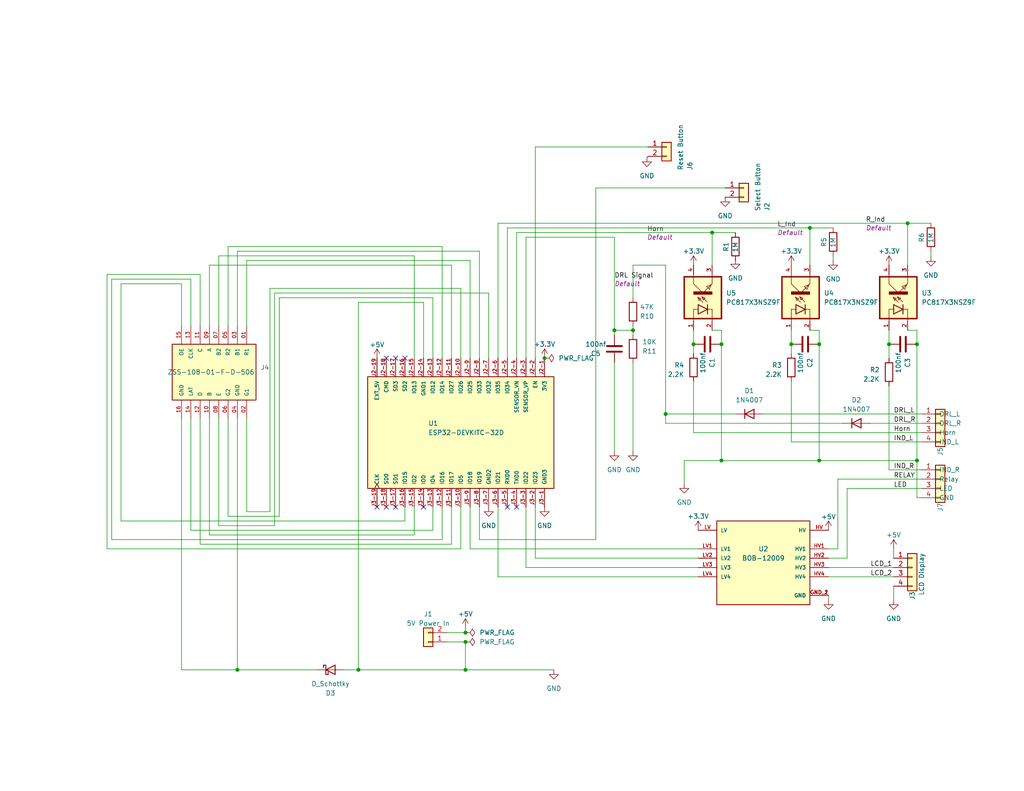
<source format=kicad_sch>
(kicad_sch (version 20230121) (generator eeschema)
  (paper "USLetter")
  (title_block (title "Car LED Controller V9") (date "2024-03-01") (rev "7"))
  (lib_symbols
    (symbol "BOB-12009:BOB-12009" (pin_names (offset 1.016))
      (property "Reference" "U2" (at 0 2.54 0))
      (property "Value" "BOB-12009" (at 0 0 0))
      (symbol "BOB-12009_0_0"
        (rectangle (start -12.7 -12.7) (end 12.7 10.16) (stroke (width 0.254)) (fill (type background)))
        (pin power_in line (at 17.78 -10.16 180) (length 5.08) (name "GND") (number "GND_1"))
        (pin power_in line (at 17.78 -10.16 180) (length 5.08) (name "GND") (number "GND_2"))
        (pin bidirectional line (at 17.78 2.54 180) (length 5.08) (name "HV1") (number "HV1"))
        (pin bidirectional line (at 17.78 0 180) (length 5.08) (name "HV2") (number "HV2"))
        (pin bidirectional line (at 17.78 -2.54 180) (length 5.08) (name "HV3") (number "HV3"))
        (pin bidirectional line (at 17.78 -5.08 180) (length 5.08) (name "HV4") (number "HV4"))
        (pin bidirectional line (at -17.78 2.54 0) (length 5.08) (name "LV1") (number "LV1"))
        (pin bidirectional line (at -17.78 0 0) (length 5.08) (name "LV2") (number "LV2"))
        (pin bidirectional line (at -17.78 -2.54 0) (length 5.08) (name "LV3") (number "LV3"))
        (pin bidirectional line (at -17.78 -5.08 0) (length 5.08) (name "LV4") (number "LV4"))
      )
      (symbol "BOB-12009_1_0"
        (pin power_in line (at 17.78 7.62 180) (length 5.08) (name "HV") (number "HV"))
        (pin power_in line (at -17.78 7.62 0) (length 5.08) (name "LV") (number "LV"))
      )
    )
    (symbol "Conn_01x02_1" (pin_names (offset 1.016) hide)
      (property "Reference" "J" (at 0 2.54 0))
      (property "Value" "Conn_01x02" (at 0 -5.08 0))
      (symbol "Conn_01x02_1_1_1"
        (rectangle (start -1.27 -2.413) (end 0 -2.667) (stroke (width 0.1524)))
        (rectangle (start -1.27 0.127) (end 0 -0.127) (stroke (width 0.1524)))
        (rectangle (start -1.27 1.27) (end 1.27 -3.81) (stroke (width 0.254)) (fill (type background)))
        (pin passive line (at -5.08 0 0) (length 3.81) (name "Pin_1") (number "1"))
        (pin passive line (at -5.08 -2.54 0) (length 3.81) (name "Pin_2") (number "2"))
      )
    )
    (symbol "Conn_01x04_1" (pin_names (offset 1.016))
      (property "Reference" "J5" (at 0 -8.89 90))
      (symbol "Conn_01x04_1_1_1"
        (rectangle (start -1.27 -4.953) (end 0 -5.207) (stroke (width 0.1524)))
        (rectangle (start -1.27 -2.413) (end 0 -2.667) (stroke (width 0.1524)))
        (rectangle (start -1.27 0.127) (end 0 -0.127) (stroke (width 0.1524)))
        (rectangle (start -1.27 2.667) (end 0 2.413) (stroke (width 0.1524)))
        (rectangle (start -1.27 3.81) (end 1.27 -6.35) (stroke (width 0.254)) (fill (type background)))
        (pin passive line (at -5.08 2.54 0) (length 3.81) (name "DRL_L") (number "1"))
        (pin passive line (at -5.08 0 0) (length 3.81) (name "DRL_R") (number "2"))
        (pin passive line (at -5.08 -2.54 0) (length 3.81) (name "Horn") (number "3"))
        (pin passive line (at -5.08 -5.08 0) (length 3.81) (name "IND_L") (number "4"))
      )
    )
    (symbol "Conn_01x04_2" (pin_names (offset 1.016))
      (property "Reference" "J7" (at 0 -8.89 90))
      (symbol "Conn_01x04_2_1_1"
        (rectangle (start -1.27 -4.953) (end 0 -5.207) (stroke (width 0.1524)))
        (rectangle (start -1.27 -2.413) (end 0 -2.667) (stroke (width 0.1524)))
        (rectangle (start -1.27 0.127) (end 0 -0.127) (stroke (width 0.1524)))
        (rectangle (start -1.27 2.667) (end 0 2.413) (stroke (width 0.1524)))
        (rectangle (start -1.27 3.81) (end 1.27 -6.35) (stroke (width 0.254)) (fill (type background)))
        (pin passive line (at -5.08 2.54 0) (length 3.81) (name "IND_R") (number "1"))
        (pin passive line (at -5.08 0 0) (length 3.81) (name "Relay") (number "2"))
        (pin passive line (at -5.08 -2.54 0) (length 3.81) (name "LED") (number "3"))
        (pin passive line (at -5.08 -5.08 0) (length 3.81) (name "GND") (number "4"))
      )
    )
    (symbol "Connector_Generic:Conn_01x02" (pin_names (offset 1.016) hide)
      (property "Reference" "J4" (at 2.54 -0.635 0))
      (property "Value" "Select Button" (at 2.54 -3.175 0))
      (symbol "Conn_01x02_1_1"
        (rectangle (start -1.27 -2.413) (end 0 -2.667) (stroke (width 0.1524)))
        (rectangle (start -1.27 0.127) (end 0 -0.127) (stroke (width 0.1524)))
        (rectangle (start -1.27 1.27) (end 1.27 -3.81) (stroke (width 0.254)) (fill (type background)))
        (pin passive line (at -5.08 0 0) (length 3.81) (name "Pin_1") (number "1"))
        (pin passive line (at -5.08 -2.54 0) (length 3.81) (name "Pin_2") (number "2"))
      )
    )
    (symbol "Connector_Generic:Conn_01x04" (pin_names (offset 1.016) hide)
      (property "Reference" "J" (at 0 5.08 0))
      (property "Value" "Conn_01x04" (at 0 -7.62 0))
      (symbol "Conn_01x04_1_1"
        (rectangle (start -1.27 -4.953) (end 0 -5.207) (stroke (width 0.1524)))
        (rectangle (start -1.27 -2.413) (end 0 -2.667) (stroke (width 0.1524)))
        (rectangle (start -1.27 0.127) (end 0 -0.127) (stroke (width 0.1524)))
        (rectangle (start -1.27 2.667) (end 0 2.413) (stroke (width 0.1524)))
        (rectangle (start -1.27 3.81) (end 1.27 -6.35) (stroke (width 0.254)) (fill (type background)))
        (pin passive line (at -5.08 2.54 0) (length 3.81) (name "Pin_1") (number "1"))
        (pin passive line (at -5.08 0 0) (length 3.81) (name "Pin_2") (number "2"))
        (pin passive line (at -5.08 -2.54 0) (length 3.81) (name "Pin_3") (number "3"))
        (pin passive line (at -5.08 -5.08 0) (length 3.81) (name "Pin_4") (number "4"))
      )
    )
    (symbol "Device:C" (pin_numbers hide) (pin_names (offset 0.254))
      (property "Reference" "C" (at 0.635 2.54 0))
      (property "Value" "C" (at 0.635 -2.54 0))
      (symbol "C_0_1"
        (polyline (pts (xy -2.032 -0.762) (xy 2.032 -0.762)) (stroke (width 0.508)))
        (polyline (pts (xy -2.032 0.762) (xy 2.032 0.762)) (stroke (width 0.508)))
      )
      (symbol "C_1_1"
        (pin passive line (at 0 3.81 270) (length 2.794) (name "~") (number "1"))
        (pin passive line (at 0 -3.81 90) (length 2.794) (name "~") (number "2"))
      )
    )
    (symbol "Device:D_Schottky" (pin_numbers hide) (pin_names (offset 1.016) hide)
      (property "Reference" "D" (at 0 2.54 0))
      (property "Value" "D_Schottky" (at 0 -2.54 0))
      (symbol "D_Schottky_0_1"
        (polyline (pts (xy 1.27 0) (xy -1.27 0)))
        (polyline (pts (xy 1.27 1.27) (xy 1.27 -1.27) (xy -1.27 0) (xy 1.27 1.27)) (stroke (width 0.254)))
        (polyline (pts (xy -1.905 0.635) (xy -1.905 1.27) (xy -1.27 1.27) (xy -1.27 -1.27) (xy -0.635 -1.27) (xy -0.635 -0.635)) (stroke (width 0.254)))
      )
      (symbol "D_Schottky_1_1"
        (pin passive line (at -3.81 0 0) (length 2.54) (name "K") (number "1"))
        (pin passive line (at 3.81 0 180) (length 2.54) (name "A") (number "2"))
      )
    )
    (symbol "Device:R" (pin_numbers hide) (pin_names (offset 0))
      (property "Reference" "R" (at 2.032 0 90))
      (property "Value" "R" (at 0 0 90))
      (symbol "R_0_1"
        (rectangle (start -1.016 -2.54) (end 1.016 2.54) (stroke (width 0.254)))
      )
      (symbol "R_1_1"
        (pin passive line (at 0 3.81 270) (length 1.27) (name "~") (number "1"))
        (pin passive line (at 0 -3.81 90) (length 1.27) (name "~") (number "2"))
      )
    )
    (symbol "Diode:1N4007" (pin_numbers hide) (pin_names hide)
      (property "Reference" "D" (at 0 2.54 0))
      (property "Value" "1N4007" (at 0 -2.54 0))
      (symbol "1N4007_0_1"
        (polyline (pts (xy -1.27 1.27) (xy -1.27 -1.27)) (stroke (width 0.254)))
        (polyline (pts (xy 1.27 0) (xy -1.27 0)))
        (polyline (pts (xy 1.27 1.27) (xy 1.27 -1.27) (xy -1.27 0) (xy 1.27 1.27)) (stroke (width 0.254)))
      )
      (symbol "1N4007_1_1"
        (pin passive line (at -3.81 0 0) (length 2.54) (name "K") (number "1"))
        (pin passive line (at 3.81 0 180) (length 2.54) (name "A") (number "2"))
      )
    )
    (symbol "ESP32-DEVKITC-32D:ESP32-DEVKITC-32D" (pin_names (offset 1.016))
      (property "Reference" "U1" (at -2.54 -8.89 90))
      (property "Value" "ESP32-DEVKITC-32D" (at 0 -8.89 90))
      (symbol "ESP32-DEVKITC-32D_0_0"
        (rectangle (start -15.24 -25.4) (end 15.24 25.4) (stroke (width 0.254)) (fill (type background)))
        (pin power_in line (at -20.32 22.86 0) (length 5.08) (name "3V3") (number "J2-1"))
        (pin bidirectional line (at -20.32 0 0) (length 5.08) (name "IO26") (number "J2-10"))
        (pin bidirectional line (at -20.32 -2.54 0) (length 5.08) (name "IO27") (number "J2-11"))
        (pin bidirectional line (at -20.32 -5.08 0) (length 5.08) (name "IO14") (number "J2-12"))
        (pin bidirectional line (at -20.32 -7.62 0) (length 5.08) (name "IO12") (number "J2-13"))
        (pin power_in line (at -20.32 -10.16 0) (length 5.08) (name "GND1") (number "J2-14"))
        (pin bidirectional line (at -20.32 -12.7 0) (length 5.08) (name "IO13") (number "J2-15"))
        (pin bidirectional line (at -20.32 -15.24 0) (length 5.08) (name "SD2") (number "J2-16"))
        (pin bidirectional line (at -20.32 -17.78 0) (length 5.08) (name "SD3") (number "J2-17"))
        (pin bidirectional line (at -20.32 -20.32 0) (length 5.08) (name "CMD") (number "J2-18"))
        (pin power_in line (at -20.32 -22.86 0) (length 5.08) (name "EXT_5V") (number "J2-19"))
        (pin input line (at -20.32 20.32 0) (length 5.08) (name "EN") (number "J2-2"))
        (pin input line (at -20.32 17.78 0) (length 5.08) (name "SENSOR_VP") (number "J2-3"))
        (pin input line (at -20.32 15.24 0) (length 5.08) (name "SENSOR_VN") (number "J2-4"))
        (pin bidirectional line (at -20.32 7.62 0) (length 5.08) (name "IO32") (number "J2-7"))
        (pin bidirectional line (at -20.32 5.08 0) (length 5.08) (name "IO33") (number "J2-8"))
        (pin bidirectional line (at -20.32 2.54 0) (length 5.08) (name "IO25") (number "J2-9"))
        (pin power_in line (at 20.32 22.86 180) (length 5.08) (name "GND3") (number "J3-1"))
        (pin bidirectional line (at 20.32 0 180) (length 5.08) (name "IO5") (number "J3-10"))
        (pin bidirectional line (at 20.32 -2.54 180) (length 5.08) (name "IO17") (number "J3-11"))
        (pin bidirectional line (at 20.32 -5.08 180) (length 5.08) (name "IO16") (number "J3-12"))
        (pin bidirectional line (at 20.32 -7.62 180) (length 5.08) (name "IO4") (number "J3-13"))
        (pin bidirectional line (at 20.32 -10.16 180) (length 5.08) (name "IO0") (number "J3-14"))
        (pin bidirectional line (at 20.32 -12.7 180) (length 5.08) (name "IO2") (number "J3-15"))
        (pin bidirectional line (at 20.32 -15.24 180) (length 5.08) (name "IO15") (number "J3-16"))
        (pin bidirectional line (at 20.32 -17.78 180) (length 5.08) (name "SD1") (number "J3-17"))
        (pin bidirectional line (at 20.32 -20.32 180) (length 5.08) (name "SD0") (number "J3-18"))
        (pin input clock (at 20.32 -22.86 180) (length 5.08) (name "CLK") (number "J3-19"))
        (pin bidirectional line (at 20.32 20.32 180) (length 5.08) (name "IO23") (number "J3-2"))
        (pin bidirectional line (at 20.32 17.78 180) (length 5.08) (name "IO22") (number "J3-3"))
        (pin output line (at 20.32 15.24 180) (length 5.08) (name "TXD0") (number "J3-4"))
        (pin input line (at 20.32 12.7 180) (length 5.08) (name "RXD0") (number "J3-5"))
        (pin bidirectional line (at 20.32 10.16 180) (length 5.08) (name "IO21") (number "J3-6"))
        (pin power_in line (at 20.32 7.62 180) (length 5.08) (name "GND2") (number "J3-7"))
        (pin bidirectional line (at 20.32 5.08 180) (length 5.08) (name "IO19") (number "J3-8"))
        (pin bidirectional line (at 20.32 2.54 180) (length 5.08) (name "IO18") (number "J3-9"))
      )
      (symbol "ESP32-DEVKITC-32D_1_0"
        (pin input line (at -20.32 12.7 0) (length 5.08) (name "IO34") (number "J2-5"))
        (pin input line (at -20.32 10.16 0) (length 5.08) (name "IO35") (number "J2-6"))
      )
    )
    (symbol "PC817X3NSZ9F:PC817X3NSZ9F" (pin_names (offset 1.016))
      (property "Reference" "U" (at -6.985 5.715 0))
      (property "Value" "PC817X3NSZ9F" (at -6.985 -7.62 0))
      (symbol "PC817X3NSZ9F_0_0"
        (rectangle (start -6.985 -5.08) (end 4.445 5.08) (stroke (width 0.4064)) (fill (type background)))
        (rectangle (start -0.381 -2.54) (end 0.381 2.54) (stroke (width 0.1)) (fill (type outline)))
        (polyline (pts (xy -4.445 -2.54) (xy -7.62 -2.54)) (stroke (width 0.1524)))
        (polyline (pts (xy -4.445 -1.27) (xy -5.715 -1.27)) (stroke (width 0.254)))
        (polyline (pts (xy -4.445 -1.27) (xy -5.715 1.27)) (stroke (width 0.254)))
        (polyline (pts (xy -4.445 -1.27) (xy -4.445 -2.54)) (stroke (width 0.1524)))
        (polyline (pts (xy -4.445 1.27) (xy -5.715 1.27)) (stroke (width 0.254)))
        (polyline (pts (xy -4.445 2.54) (xy -7.62 2.54)) (stroke (width 0.1524)))
        (polyline (pts (xy -4.445 2.54) (xy -4.445 1.27)) (stroke (width 0.1524)))
        (polyline (pts (xy -3.175 -1.27) (xy -4.445 -1.27)) (stroke (width 0.254)))
        (polyline (pts (xy -3.175 1.27) (xy -4.445 -1.27)) (stroke (width 0.254)))
        (polyline (pts (xy -3.175 1.27) (xy -4.445 1.27)) (stroke (width 0.254)))
        (polyline (pts (xy -2.54 0) (xy -1.143 1.397)) (stroke (width 0.1524)))
        (polyline (pts (xy -2.413 -1.143) (xy -1.016 0.254)) (stroke (width 0.1524)))
        (polyline (pts (xy -2.032 1.016) (xy -1.524 0.508)) (stroke (width 0.1524)))
        (polyline (pts (xy -1.905 -0.127) (xy -1.397 -0.635)) (stroke (width 0.1524)))
        (polyline (pts (xy -1.524 0.508) (xy -1.143 1.397)) (stroke (width 0.1524)))
        (polyline (pts (xy -1.397 -0.635) (xy -1.016 0.254)) (stroke (width 0.1524)))
        (polyline (pts (xy -1.143 1.397) (xy -2.032 1.016)) (stroke (width 0.1524)))
        (polyline (pts (xy -1.016 0.254) (xy -1.905 -0.127)) (stroke (width 0.1524)))
        (polyline (pts (xy 0 0) (xy 2.286 -2.286)) (stroke (width 0.1524)))
        (polyline (pts (xy 1.016 -1.778) (xy 1.778 -1.016)) (stroke (width 0.1524)))
        (polyline (pts (xy 1.778 -1.016) (xy 2.286 -2.286)) (stroke (width 0.1524)))
        (polyline (pts (xy 2.286 -2.286) (xy 1.016 -1.778)) (stroke (width 0.1524)))
        (polyline (pts (xy 2.286 -2.286) (xy 2.54 -2.54)) (stroke (width 0.1524)))
        (polyline (pts (xy 2.54 -2.54) (xy 5.08 -2.54)) (stroke (width 0.1524)))
        (polyline (pts (xy 2.54 2.54) (xy 0 0)) (stroke (width 0.1524)))
        (polyline (pts (xy 2.54 2.54) (xy 5.08 2.54)) (stroke (width 0.1524)))
        (pin passive line (at -10.16 2.54 0) (length 2.54) (name "~") (number "1"))
        (pin passive line (at -10.16 -2.54 0) (length 2.54) (name "~") (number "2"))
        (pin passive line (at 7.62 -2.54 180) (length 2.54) (name "~") (number "3"))
        (pin passive line (at 7.62 2.54 180) (length 2.54) (name "~") (number "4"))
      )
    )
    (symbol "ZSS-108-01-F-D-506:ZSS-108-01-F-D-506" (pin_names (offset 1.016))
      (property "Reference" "J4" (at -1.27 13.97 90))
      (property "Value" "ZSS-108-01-F-D-506" (at 1.27 13.97 90))
      (symbol "ZSS-108-01-F-D-506_0_0"
        (rectangle (start -7.62 -10.16) (end 7.62 12.7) (stroke (width 0.254)) (fill (type background)))
      )
      (symbol "ZSS-108-01-F-D-506_1_0"
        (pin passive line (at -12.7 10.16 0) (length 5.08) (name "R1") (number "01"))
        (pin passive line (at 12.7 10.16 180) (length 5.08) (name "G1") (number "02"))
        (pin passive line (at -12.7 7.62 0) (length 5.08) (name "B1") (number "03"))
        (pin passive line (at 12.7 7.62 180) (length 5.08) (name "GND") (number "04"))
        (pin passive line (at -12.7 5.08 0) (length 5.08) (name "R2") (number "05"))
        (pin passive line (at 12.7 5.08 180) (length 5.08) (name "G2") (number "06"))
        (pin passive line (at -12.7 2.54 0) (length 5.08) (name "B2") (number "07"))
        (pin passive line (at 12.7 2.54 180) (length 5.08) (name "E") (number "08"))
        (pin passive line (at -12.7 0 0) (length 5.08) (name "A") (number "09"))
        (pin passive line (at 12.7 0 180) (length 5.08) (name "B") (number "10"))
        (pin passive line (at -12.7 -2.54 0) (length 5.08) (name "C") (number "11"))
        (pin passive line (at 12.7 -2.54 180) (length 5.08) (name "D") (number "12"))
        (pin passive line (at -12.7 -5.08 0) (length 5.08) (name "CLK") (number "13"))
        (pin passive line (at 12.7 -5.08 180) (length 5.08) (name "LAT") (number "14"))
        (pin passive line (at -12.7 -7.62 0) (length 5.08) (name "OE") (number "15"))
        (pin passive line (at 12.7 -7.62 180) (length 5.08) (name "GND") (number "16"))
      )
    )
    (symbol "power:+3.3V" (power) (pin_names (offset 0))
      (property "Value" "+3.3V" (at 0 3.556 0))
      (symbol "+3.3V_0_1"
        (polyline (pts (xy -0.762 1.27) (xy 0 2.54)))
        (polyline (pts (xy 0 0) (xy 0 2.54)))
        (polyline (pts (xy 0 2.54) (xy 0.762 1.27)))
      )
      (symbol "+3.3V_1_1"
        (pin power_in line (at 0 0 90) (length 0) hide (name "+3.3V") (number "1"))
      )
    )
    (symbol "power:+5V" (power) (pin_names (offset 0))
      (property "Value" "+5V" (at 0 3.556 0))
      (symbol "+5V_0_1"
        (polyline (pts (xy -0.762 1.27) (xy 0 2.54)))
        (polyline (pts (xy 0 0) (xy 0 2.54)))
        (polyline (pts (xy 0 2.54) (xy 0.762 1.27)))
      )
      (symbol "+5V_1_1"
        (pin power_in line (at 0 0 90) (length 0) hide (name "+5V") (number "1"))
      )
    )
    (symbol "power:GND" (power) (pin_names (offset 0))
      (property "Value" "GND" (at 0 -3.81 0))
      (symbol "GND_0_1"
        (polyline (pts (xy 0 0) (xy 0 -1.27) (xy 1.27 -1.27) (xy 0 -2.54) (xy -1.27 -1.27) (xy 0 -1.27)))
      )
      (symbol "GND_1_1"
        (pin power_in line (at 0 0 270) (length 0) hide (name "GND") (number "1"))
      )
    )
    (symbol "power:PWR_FLAG" (power) (pin_numbers hide) (pin_names (offset 0) hide)
      (property "Value" "PWR_FLAG" (at 0 3.81 0))
      (symbol "PWR_FLAG_0_0"
        (pin power_out line (at 0 0 90) (length 0) (name "pwr") (number "1"))
      )
      (symbol "PWR_FLAG_0_1"
        (polyline (pts (xy 0 0) (xy 0 1.27) (xy -1.016 1.905) (xy 0 2.54) (xy 1.016 1.905) (xy 0 1.27)))
      )
    )
  )
  (junction (at 189.23 93.98))
  (junction (at 172.72 90.17))
  (junction (at 196.85 93.98))
  (junction (at 127 182.88))
  (junction (at 223.52 125.73))
  (junction (at 127 175.26))
  (junction (at 250.19 93.98))
  (junction (at 181.61 113.03))
  (junction (at 250.19 125.73))
  (junction (at 194.31 63.5))
  (junction (at 242.57 93.98))
  (junction (at 97.79 182.88))
  (junction (at 215.9 93.98))
  (junction (at 64.77 182.88))
  (junction (at 223.52 93.98))
  (junction (at 148.59 97.79))
  (junction (at 167.64 90.17))
  (junction (at 220.98 62.23))
  (junction (at 127 172.72))
  (junction (at 196.85 125.73))
  (junction (at 247.65 60.96))
  (no_connect (at 110.49 97.79))
  (no_connect (at 115.57 138.43))
  (no_connect (at 102.87 138.43))
  (no_connect (at 105.41 97.79))
  (no_connect (at 105.41 138.43))
  (no_connect (at 138.43 138.43))
  (no_connect (at 107.95 97.79))
  (no_connect (at 140.97 138.43))
  (no_connect (at 107.95 138.43))
  (wire (pts (xy 226.06 163.83) (xy 226.06 162.56)))
  (wire (pts (xy 57.15 146.05) (xy 57.15 114.3)))
  (wire (pts (xy 189.23 93.98) (xy 189.23 96.52)))
  (wire (pts (xy 146.05 40.132) (xy 146.05 97.79)))
  (wire (pts (xy 162.56 51.308) (xy 197.866 51.308)))
  (wire (pts (xy 251.46 135.89) (xy 250.19 135.89)))
  (wire (pts (xy 194.31 63.5) (xy 194.31 72.39)))
  (wire (pts (xy 73.66 139.7) (xy 67.31 139.7)))
  (wire (pts (xy 215.9 120.65) (xy 251.46 120.65)))
  (wire (pts (xy 62.23 88.9) (xy 62.23 67.31)))
  (wire (pts (xy 73.66 78.74) (xy 73.66 139.7)))
  (wire (pts (xy 62.23 114.3) (xy 62.23 140.97)))
  (wire (pts (xy 135.89 60.96) (xy 135.89 97.79)))
  (wire (pts (xy 146.05 138.43) (xy 146.05 152.4)))
  (wire (pts (xy 215.9 104.14) (xy 215.9 120.65)))
  (wire (pts (xy 125.73 78.74) (xy 73.66 78.74)))
  (wire (pts (xy 226.06 152.4) (xy 231.14 152.4)))
  (wire (pts (xy 130.81 97.79) (xy 130.81 68.58)))
  (wire (pts (xy 127 175.26) (xy 121.92 175.26)))
  (wire (pts (xy 172.72 72.39) (xy 172.72 81.28)))
  (wire (pts (xy 208.28 113.03) (xy 251.46 113.03)))
  (wire (pts (xy 59.69 143.51) (xy 74.93 143.51)))
  (wire (pts (xy 49.53 182.88) (xy 49.53 114.3)))
  (wire (pts (xy 76.2 140.97) (xy 76.2 81.28)))
  (wire (pts (xy 123.19 138.43) (xy 123.19 148.59)))
  (wire (pts (xy 135.89 157.48) (xy 190.5 157.48)))
  (wire (pts (xy 29.21 149.86) (xy 125.73 149.86)))
  (wire (pts (xy 162.56 147.32) (xy 130.81 147.32)))
  (wire (pts (xy 167.64 91.44) (xy 167.64 90.17)))
  (wire (pts (xy 113.03 146.05) (xy 57.15 146.05)))
  (wire (pts (xy 74.93 143.51) (xy 74.93 80.01)))
  (wire (pts (xy 226.06 157.48) (xy 243.84 157.48)))
  (wire (pts (xy 215.9 90.17) (xy 215.9 93.98)))
  (wire (pts (xy 113.03 69.85) (xy 59.69 69.85)))
  (wire (pts (xy 123.19 148.59) (xy 54.61 148.59)))
  (wire (pts (xy 62.23 67.31) (xy 120.65 67.31)))
  (wire (pts (xy 243.84 163.83) (xy 243.84 160.02)))
  (wire (pts (xy 231.14 133.35) (xy 231.14 152.4)))
  (wire (pts (xy 67.31 71.12) (xy 67.31 88.9)))
  (wire (pts (xy 143.51 154.94) (xy 190.5 154.94)))
  (wire (pts (xy 223.52 90.17) (xy 223.52 93.98)))
  (wire (pts (xy 128.27 138.43) (xy 128.27 149.86)))
  (wire (pts (xy 86.36 182.88) (xy 64.77 182.88)))
  (wire (pts (xy 189.23 90.17) (xy 189.23 93.98)))
  (wire (pts (xy 74.93 80.01) (xy 133.35 80.01)))
  (wire (pts (xy 97.79 82.55) (xy 115.57 82.55)))
  (wire (pts (xy 59.69 69.85) (xy 59.69 88.9)))
  (wire (pts (xy 113.03 138.43) (xy 113.03 146.05)))
  (wire (pts (xy 54.61 88.9) (xy 54.61 74.93)))
  (wire (pts (xy 29.21 74.93) (xy 29.21 149.86)))
  (wire (pts (xy 151.13 182.88) (xy 127 182.88)))
  (wire (pts (xy 223.52 93.98) (xy 223.52 125.73)))
  (wire (pts (xy 226.06 154.94) (xy 243.84 154.94)))
  (wire (pts (xy 194.31 63.5) (xy 200.66 63.5)))
  (wire (pts (xy 186.69 125.73) (xy 196.85 125.73)))
  (wire (pts (xy 135.89 60.96) (xy 247.65 60.96)))
  (wire (pts (xy 33.02 77.47) (xy 33.02 142.24)))
  (wire (pts (xy 52.07 88.9) (xy 52.07 76.2)))
  (wire (pts (xy 120.65 67.31) (xy 120.65 97.79)))
  (wire (pts (xy 223.52 125.73) (xy 250.19 125.73)))
  (wire (pts (xy 172.72 90.17) (xy 172.72 88.9)))
  (wire (pts (xy 97.79 182.88) (xy 93.98 182.88)))
  (wire (pts (xy 167.64 90.17) (xy 172.72 90.17)))
  (wire (pts (xy 181.61 72.39) (xy 181.61 113.03)))
  (wire (pts (xy 228.6 149.86) (xy 228.6 130.81)))
  (wire (pts (xy 181.61 72.39) (xy 172.72 72.39)))
  (wire (pts (xy 247.65 60.96) (xy 247.65 72.39)))
  (wire (pts (xy 242.57 90.17) (xy 242.57 93.98)))
  (wire (pts (xy 130.81 147.32) (xy 130.81 138.43)))
  (wire (pts (xy 254 68.58) (xy 254 70.104)))
  (wire (pts (xy 220.98 62.23) (xy 227.33 62.23)))
  (wire (pts (xy 196.85 90.17) (xy 196.85 93.98)))
  (wire (pts (xy 143.51 97.79) (xy 143.51 64.77)))
  (wire (pts (xy 125.73 97.79) (xy 125.73 78.74)))
  (wire (pts (xy 189.23 118.11) (xy 251.46 118.11)))
  (wire (pts (xy 220.98 61.976) (xy 220.98 62.23)))
  (wire (pts (xy 118.11 144.78) (xy 52.07 144.78)))
  (wire (pts (xy 140.97 63.5) (xy 194.31 63.5)))
  (wire (pts (xy 138.43 62.23) (xy 220.98 62.23)))
  (wire (pts (xy 227.33 69.85) (xy 227.33 71.12)))
  (wire (pts (xy 30.48 76.2) (xy 30.48 147.32)))
  (wire (pts (xy 196.85 90.17) (xy 194.31 90.17)))
  (wire (pts (xy 242.57 93.98) (xy 242.57 97.79)))
  (wire (pts (xy 228.6 130.81) (xy 251.46 130.81)))
  (wire (pts (xy 250.19 93.98) (xy 250.19 125.73)))
  (wire (pts (xy 121.92 172.72) (xy 127 172.72)))
  (wire (pts (xy 130.81 68.58) (xy 64.77 68.58)))
  (wire (pts (xy 33.02 142.24) (xy 110.49 142.24)))
  (wire (pts (xy 215.9 93.98) (xy 215.9 96.52)))
  (wire (pts (xy 52.07 144.78) (xy 52.07 114.3)))
  (wire (pts (xy 181.61 115.57) (xy 181.61 113.03)))
  (wire (pts (xy 189.23 104.14) (xy 189.23 118.11)))
  (wire (pts (xy 54.61 148.59) (xy 54.61 114.3)))
  (wire (pts (xy 113.03 97.79) (xy 113.03 69.85)))
  (wire (pts (xy 133.35 80.01) (xy 133.35 97.79)))
  (wire (pts (xy 247.65 60.96) (xy 254 60.96)))
  (wire (pts (xy 135.89 138.43) (xy 135.89 157.48)))
  (wire (pts (xy 64.77 68.58) (xy 64.77 88.9)))
  (wire (pts (xy 250.19 90.17) (xy 250.19 93.98)))
  (wire (pts (xy 127 182.88) (xy 97.79 182.88)))
  (wire (pts (xy 172.72 90.17) (xy 172.72 91.44)))
  (wire (pts (xy 118.11 138.43) (xy 118.11 144.78)))
  (wire (pts (xy 128.27 149.86) (xy 190.5 149.86)))
  (wire (pts (xy 67.31 114.3) (xy 67.31 139.7)))
  (wire (pts (xy 49.53 88.9) (xy 49.53 77.47)))
  (wire (pts (xy 237.49 115.57) (xy 251.46 115.57)))
  (wire (pts (xy 181.61 113.03) (xy 200.66 113.03)))
  (wire (pts (xy 128.27 97.79) (xy 128.27 71.12)))
  (wire (pts (xy 143.51 138.43) (xy 143.51 154.94)))
  (wire (pts (xy 76.2 81.28) (xy 118.11 81.28)))
  (wire (pts (xy 243.84 149.86) (xy 243.84 152.4)))
  (wire (pts (xy 57.15 72.39) (xy 123.19 72.39)))
  (wire (pts (xy 52.07 76.2) (xy 30.48 76.2)))
  (wire (pts (xy 138.43 62.23) (xy 138.43 97.79)))
  (wire (pts (xy 250.19 125.73) (xy 250.19 135.89)))
  (wire (pts (xy 118.11 81.28) (xy 118.11 97.79)))
  (wire (pts (xy 196.85 93.98) (xy 196.85 125.73)))
  (wire (pts (xy 172.72 123.19) (xy 172.72 99.06)))
  (wire (pts (xy 196.85 125.73) (xy 223.52 125.73)))
  (wire (pts (xy 229.87 115.57) (xy 181.61 115.57)))
  (wire (pts (xy 64.77 182.88) (xy 49.53 182.88)))
  (wire (pts (xy 242.57 105.41) (xy 242.57 128.27)))
  (wire (pts (xy 140.97 63.5) (xy 140.97 97.79)))
  (wire (pts (xy 167.64 64.77) (xy 167.64 90.17)))
  (wire (pts (xy 120.65 147.32) (xy 120.65 138.43)))
  (wire (pts (xy 162.56 51.308) (xy 162.56 147.32)))
  (wire (pts (xy 220.98 62.23) (xy 220.98 72.39)))
  (wire (pts (xy 200.66 71.12) (xy 200.66 70.866)))
  (wire (pts (xy 127 171.45) (xy 127 172.72)))
  (wire (pts (xy 143.51 64.77) (xy 167.64 64.77)))
  (wire (pts (xy 30.48 147.32) (xy 120.65 147.32)))
  (wire (pts (xy 57.15 88.9) (xy 57.15 72.39)))
  (wire (pts (xy 49.53 77.47) (xy 33.02 77.47)))
  (wire (pts (xy 250.19 90.17) (xy 247.65 90.17)))
  (wire (pts (xy 242.57 128.27) (xy 251.46 128.27)))
  (wire (pts (xy 128.27 71.12) (xy 67.31 71.12)))
  (wire (pts (xy 176.784 42.926) (xy 176.53 42.926)))
  (wire (pts (xy 125.73 149.86) (xy 125.73 138.43)))
  (wire (pts (xy 186.69 132.08) (xy 186.69 125.73)))
  (wire (pts (xy 127 182.88) (xy 127 175.26)))
  (wire (pts (xy 64.77 114.3) (xy 64.77 182.88)))
  (wire (pts (xy 123.19 72.39) (xy 123.19 97.79)))
  (wire (pts (xy 59.69 114.3) (xy 59.69 143.51)))
  (wire (pts (xy 226.06 149.86) (xy 228.6 149.86)))
  (wire (pts (xy 167.64 123.19) (xy 167.64 99.06)))
  (wire (pts (xy 146.05 152.4) (xy 190.5 152.4)))
  (wire (pts (xy 54.61 74.93) (xy 29.21 74.93)))
  (wire (pts (xy 223.52 90.17) (xy 220.98 90.17)))
  (wire (pts (xy 110.49 142.24) (xy 110.49 138.43)))
  (wire (pts (xy 231.14 133.35) (xy 251.46 133.35)))
  (wire (pts (xy 115.57 82.55) (xy 115.57 97.79)))
  (wire (pts (xy 146.05 40.132) (xy 176.784 40.132)))
  (wire (pts (xy 97.79 82.55) (xy 97.79 182.88)))
  (wire (pts (xy 176.784 42.672) (xy 176.784 42.926)))
  (wire (pts (xy 62.23 140.97) (xy 76.2 140.97)))
  (label "L_Ind" (at 212.09 62.23 0) (property "Netclass" "Default" (at 212.09 63.5 0) (effects (font italic) (justify left))))
  (label "Horn" (at 243.84 118.11 0))
  (label "IND_R" (at 243.84 128.27 0))
  (label "Horn" (at 176.53 63.5 0) (property "Netclass" "Default" (at 176.53 64.77 0) (effects (font italic) (justify left))))
  (label "LED" (at 243.84 133.35 0))
  (label "LCD_1" (at 237.49 154.94 0))
  (label "R_Ind" (at 236.22 60.96 0) (property "Netclass" "Default" (at 236.22 62.23 0) (effects (font italic) (justify left))))
  (label "DRL Signal" (at 167.64 76.2 0) (property "Netclass" "Default" (at 167.64 77.47 0) (effects (font italic) (justify left))))
  (label "DRL_L" (at 243.84 113.03 0))
  (label "LCD_2" (at 237.49 157.48 0))
  (label "IND_L" (at 243.84 120.65 0))
  (label "RELAY" (at 243.84 130.81 0))
  (label "DRL_R" (at 243.84 115.57 0))
  (symbol (lib_id "power:GND") (at 227.33 71.12 0) (unit 1)
    (property "Reference" "#PWR07" (effects hide))
    (property "Value" "GND" (at 227.33 76.2 0))
  )
  (symbol (lib_id "Connector_Generic:Conn_01x02") (at 181.864 40.132 0) (unit 1)
    (property "Reference" "J6" (at 188.214 46.482 90) (effects (justify left)))
    (property "Value" "Reset Button" (at 185.674 46.482 90) (effects (justify left)))
    (property "Footprint" "Connector_JST:JST_XH_B2B-XH-A_1x02_P2.50mm_Vertical" (effects hide))
  )
  (symbol (lib_id "PC817X3NSZ9F:PC817X3NSZ9F") (at 245.11 80.01 90) (unit 1)
    (property "Reference" "U3" (at 251.46 80.01 90) (effects (justify right)))
    (property "Value" "PC817X3NSZ9F" (at 251.46 82.55 90) (effects (justify right)))
    (property "Footprint" "PC817X3NSZ9F:DIL04" (effects hide))
    (property "MF" "Sharp Microelectronics" (effects hide))
    (property "Description" "\nOptoisolator Transistor Output 5000Vrms 1 Channel 4-DIP\n" (effects hide))
    (property "Package" "DIP-4 Sharp Microelectronics" (effects hide))
    (property "Price" "None" (effects hide))
    (property "SnapEDA_Link" "https://www.snapeda.com/parts/PC817X3NSZ9F/Sharp+Microelectronics/view-part/?ref=snap" (effects hide))
    (property "MP" "PC817X3NSZ9F" (effects hide))
    (property "Purchase-URL" "https://www.snapeda.com/api/url_track_click_mouser/?unipart_id=7764065&manufacturer=Sharp Microelectronics&part_name=PC817X3NSZ9F&search_term=None" (effects hide))
    (property "M_PART_NUMBER" "817" (effects hide))
    (property "Availability" "In Stock" (effects hide))
    (property "Check_prices" "https://www.snapeda.com/parts/PC817X3NSZ9F/Sharp+Microelectronics/view-part/?ref=eda" (effects hide))
  )
  (symbol (lib_id "BOB-12009:BOB-12009") (at 208.28 152.4 0) (unit 1)
    (property "Reference" "U2" (at 208.28 149.86 0))
    (property "Value" "BOB-12009" (at 208.28 152.4 0))
    (property "Footprint" "BOB-12009:CONV_BOB-12009" (effects hide))
    (property "PARTREV" "01" (effects hide))
    (property "STANDARD" "Manufacturer Recommendations" (effects hide))
    (property "MAXIMUM_PACKAGE_HEIGHT" "N/A" (effects hide))
    (property "MANUFACTURER" "SparkFun Electronics" (effects hide))
  )
  (symbol (lib_id "Device:D_Schottky") (at 90.17 182.88 0) (unit 1)
    (property "Reference" "D3" (at 90.17 189.23 0))
    (property "Value" "D_Schottky" (at 90.17 186.69 0))
    (property "Footprint" "Diode_THT:D_DO-41_SOD81_P10.16mm_Horizontal" (effects hide))
  )
  (symbol (lib_id "Device:R") (at 189.23 100.33 0) (mirror x) (unit 1)
    (property "Reference" "R4" (at 186.69 99.695 0) (effects (justify right)))
    (property "Value" "2.2K" (at 186.69 102.235 0) (effects (justify right)))
    (property "Footprint" "Resistor_THT:R_Axial_DIN0207_L6.3mm_D2.5mm_P10.16mm_Horizontal" (effects hide))
  )
  (symbol (lib_id "Device:R") (at 172.72 85.09 0) (mirror x) (unit 1)
    (property "Reference" "R10" (at 176.53 86.36 0))
    (property "Value" "47K" (at 176.53 83.82 0))
    (property "Footprint" "Resistor_THT:R_Axial_DIN0207_L6.3mm_D2.5mm_P10.16mm_Horizontal" (effects hide))
  )
  (symbol (lib_id "power:PWR_FLAG") (at 148.59 97.79 270) (unit 1)
    (property "Reference" "#FLG03" (effects hide))
    (property "Value" "PWR_FLAG" (at 152.4 97.79 90) (effects (justify left)))
  )
  (symbol (lib_id "power:+3.3V") (at 190.5 144.78 0) (unit 1)
    (property "Reference" "#PWR023" (effects hide))
    (property "Value" "+3.3V" (at 190.5 140.97 0))
  )
  (symbol (lib_id "Device:C") (at 167.64 95.25 0) (mirror y) (unit 1)
    (property "Reference" "C5" (at 162.56 96.52 0))
    (property "Value" "100nf" (at 162.56 93.98 0))
    (property "Footprint" "Capacitor_THT:C_Disc_D4.7mm_W2.5mm_P5.00mm" (effects hide))
  )
  (symbol (lib_id "power:GND") (at 151.13 182.88 0) (unit 1)
    (property "Reference" "#PWR019" (effects hide))
    (property "Value" "GND" (at 151.13 187.96 0))
  )
  (symbol (lib_id "Device:R") (at 254 64.77 180) (unit 1)
    (property "Reference" "R6" (at 251.46 63.5 90) (effects (justify left)))
    (property "Value" "1M" (at 254 63.5 90) (effects (justify left)))
    (property "Footprint" "Resistor_THT:R_Axial_DIN0207_L6.3mm_D2.5mm_P10.16mm_Horizontal" (effects hide))
  )
  (symbol (lib_id "power:+5V") (at 226.06 144.78 0) (unit 1)
    (property "Reference" "#PWR031" (effects hide))
    (property "Value" "+5V" (at 226.06 141.1124 0))
  )
  (symbol (lib_name "Conn_01x04_1") (lib_id "Connector_Generic:Conn_01x04") (at 256.54 115.57 0) (unit 1)
    (property "Reference" "J5" (at 256.54 124.46 90) (effects (justify left)))
    (property "Value" "DRL, Horn, Indicator" (effects hide))
    (property "Footprint" "Connector_JST:JST_XH_B4B-XH-A_1x04_P2.50mm_Vertical" (effects hide))
  )
  (symbol (lib_id "power:PWR_FLAG") (at 127 172.72 270) (unit 1)
    (property "Reference" "#FLG01" (effects hide))
    (property "Value" "PWR_FLAG" (at 130.81 172.72 90) (effects (justify left)))
  )
  (symbol (lib_id "power:+3.3V") (at 148.59 97.79 0) (unit 1)
    (property "Reference" "#PWR022" (effects hide))
    (property "Value" "+3.3V" (at 148.59 93.98 0))
  )
  (symbol (lib_id "Diode:1N4007") (at 204.47 113.03 0) (unit 1)
    (property "Reference" "D1" (at 204.47 106.68 0))
    (property "Value" "1N4007" (at 204.47 109.22 0))
    (property "Footprint" "Diode_THT:D_DO-41_SOD81_P10.16mm_Horizontal" (effects hide))
    (property "Datasheet" "http://www.vishay.com/docs/88503/1n4001.pdf" (effects hide))
    (property "Sim.Device" "D" (effects hide))
    (property "Sim.Pins" "1=K 2=A" (effects hide))
  )
  (symbol (lib_id "Device:R") (at 227.33 66.04 180) (unit 1)
    (property "Reference" "R5" (at 224.79 64.77 90) (effects (justify left)))
    (property "Value" "1M" (at 227.33 64.77 90) (effects (justify left)))
    (property "Footprint" "Resistor_THT:R_Axial_DIN0207_L6.3mm_D2.5mm_P10.16mm_Horizontal" (effects hide))
  )
  (symbol (lib_id "Connector_Generic:Conn_01x02") (at 202.946 51.308 0) (unit 1)
    (property "Reference" "J2" (at 209.296 57.658 90) (effects (justify left)))
    (property "Value" "Select Button" (at 206.756 57.658 90) (effects (justify left)))
    (property "Footprint" "Connector_JST:JST_XH_B2B-XH-A_1x02_P2.50mm_Vertical" (effects hide))
  )
  (symbol (lib_id "power:GND") (at 172.72 123.19 0) (unit 1)
    (property "Reference" "#PWR011" (effects hide))
    (property "Value" "GND" (at 172.72 128.27 0))
  )
  (symbol (lib_id "power:+3.3V") (at 189.23 72.39 0) (unit 1)
    (property "Reference" "#PWR026" (effects hide))
    (property "Value" "+3.3V" (at 189.23 68.58 0))
  )
  (symbol (lib_id "Device:R") (at 242.57 101.6 0) (mirror x) (unit 1)
    (property "Reference" "R2" (at 240.03 100.965 0) (effects (justify right)))
    (property "Value" "2.2K" (at 240.03 103.505 0) (effects (justify right)))
    (property "Footprint" "Resistor_THT:R_Axial_DIN0207_L6.3mm_D2.5mm_P10.16mm_Horizontal" (effects hide))
  )
  (symbol (lib_id "ZSS-108-01-F-D-506:ZSS-108-01-F-D-506") (at 57.15 101.6 270) (unit 1)
    (property "Reference" "J4" (at 71.12 100.33 90) (effects (justify left)))
    (property "Value" "ZSS-108-01-F-D-506" (at 45.72 101.6 90) (effects (justify left)))
    (property "Footprint" "Library:SAMTEC_ZSS-108-01-F-D-506" (effects hide))
    (property "PARTREV" "R" (effects hide))
    (property "MANUFACTURER" "Samtec" (effects hide))
    (property "STANDARD" "Manufacturer Recommendations" (effects hide))
  )
  (symbol (lib_id "Device:C") (at 219.71 93.98 90) (mirror x) (unit 1)
    (property "Reference" "C2" (at 220.98 99.06 0))
    (property "Value" "100nf" (at 218.44 99.06 0))
    (property "Footprint" "Capacitor_THT:C_Disc_D4.7mm_W2.5mm_P5.00mm" (effects hide))
    (property "Part" "2A104J" (effects hide))
  )
  (symbol (lib_id "power:GND") (at 186.69 132.08 0) (unit 1)
    (property "Reference" "#PWR02" (effects hide))
    (property "Value" "GND" (at 186.69 137.16 0))
  )
  (symbol (lib_id "power:+3.3V") (at 242.57 72.39 0) (unit 1)
    (property "Reference" "#PWR09" (effects hide))
    (property "Value" "+3.3V" (at 242.57 68.58 0))
  )
  (symbol (lib_id "power:GND") (at 243.84 163.83 0) (unit 1)
    (property "Reference" "#PWR032" (effects hide))
    (property "Value" "GND" (at 243.84 168.91 0))
  )
  (symbol (lib_id "Diode:1N4007") (at 233.68 115.57 0) (unit 1)
    (property "Reference" "D2" (at 233.68 109.22 0))
    (property "Value" "1N4007" (at 233.68 111.76 0))
    (property "Footprint" "Diode_THT:D_DO-41_SOD81_P10.16mm_Horizontal" (effects hide))
    (property "Datasheet" "http://www.vishay.com/docs/88503/1n4001.pdf" (effects hide))
    (property "Sim.Device" "D" (effects hide))
    (property "Sim.Pins" "1=K 2=A" (effects hide))
  )
  (symbol (lib_name "Conn_01x02_1") (lib_id "Connector_Generic:Conn_01x02") (at 116.84 175.26 180) (unit 1)
    (property "Reference" "J1" (at 116.84 167.64 0))
    (property "Value" "5V Power In" (at 116.84 170.18 0))
    (property "Footprint" "Connector_JST:JST_XH_B2B-XH-A_1x02_P2.50mm_Vertical" (effects hide))
  )
  (symbol (lib_id "power:+3.3V") (at 215.9 72.39 0) (unit 1)
    (property "Reference" "#PWR06" (effects hide))
    (property "Value" "+3.3V" (at 215.9 68.58 0))
  )
  (symbol (lib_name "Conn_01x04_2") (lib_id "Connector_Generic:Conn_01x04") (at 256.54 130.81 0) (unit 1)
    (property "Reference" "J7" (at 256.54 139.7 90) (effects (justify left)))
    (property "Value" "DRL, Horn Sense" (effects hide))
    (property "Footprint" "Connector_JST:JST_XH_B4B-XH-A_1x04_P2.50mm_Vertical" (effects hide))
  )
  (symbol (lib_id "Device:R") (at 172.72 95.25 0) (mirror y) (unit 1)
    (property "Reference" "R11" (at 175.26 95.885 0) (effects (justify right)))
    (property "Value" "10K" (at 175.26 93.345 0) (effects (justify right)))
    (property "Footprint" "Resistor_THT:R_Axial_DIN0207_L6.3mm_D2.5mm_P10.16mm_Horizontal" (effects hide))
  )
  (symbol (lib_id "PC817X3NSZ9F:PC817X3NSZ9F") (at 191.77 80.01 90) (unit 1)
    (property "Reference" "U5" (at 198.12 80.01 90) (effects (justify right)))
    (property "Value" "PC817X3NSZ9F" (at 198.12 82.55 90) (effects (justify right)))
    (property "Footprint" "PC817X3NSZ9F:DIL04" (effects hide))
    (property "MF" "Sharp Microelectronics" (effects hide))
    (property "Description" "\nOptoisolator Transistor Output 5000Vrms 1 Channel 4-DIP\n" (effects hide))
    (property "Package" "DIP-4 Sharp Microelectronics" (effects hide))
    (property "Price" "None" (effects hide))
    (property "SnapEDA_Link" "https://www.snapeda.com/parts/PC817X3NSZ9F/Sharp+Microelectronics/view-part/?ref=snap" (effects hide))
    (property "MP" "PC817X3NSZ9F" (effects hide))
    (property "Purchase-URL" "https://www.snapeda.com/api/url_track_click_mouser/?unipart_id=7764065&manufacturer=Sharp Microelectronics&part_name=PC817X3NSZ9F&search_term=None" (effects hide))
    (property "M_PART_NUMBER" "817" (effects hide))
    (property "Availability" "In Stock" (effects hide))
    (property "Check_prices" "https://www.snapeda.com/parts/PC817X3NSZ9F/Sharp+Microelectronics/view-part/?ref=eda" (effects hide))
  )
  (symbol (lib_id "power:GND") (at 226.06 163.83 0) (unit 1)
    (property "Reference" "#PWR04" (effects hide))
    (property "Value" "GND" (at 226.06 168.91 0))
  )
  (symbol (lib_id "power:GND") (at 176.53 42.926 0) (unit 1)
    (property "Reference" "#PWR016" (effects hide))
    (property "Value" "GND" (at 176.53 48.006 0))
  )
  (symbol (lib_id "power:GND") (at 197.866 53.848 0) (unit 1)
    (property "Reference" "#PWR013" (effects hide))
    (property "Value" "GND" (at 197.866 58.928 0))
  )
  (symbol (lib_id "Connector_Generic:Conn_01x04") (at 248.92 154.94 0) (unit 1)
    (property "Reference" "J3" (at 248.92 163.83 90) (effects (justify left)))
    (property "Value" "LCD Display" (at 251.46 162.56 90) (effects (justify left)))
    (property "Footprint" "Connector_JST:JST_XH_B4B-XH-A_1x04_P2.50mm_Vertical" (effects hide))
  )
  (symbol (lib_id "power:GND") (at 133.35 138.43 0) (unit 1)
    (property "Reference" "#PWR015" (effects hide))
    (property "Value" "GND" (at 133.35 143.51 0))
  )
  (symbol (lib_id "Device:R") (at 200.66 67.31 180) (unit 1)
    (property "Reference" "R1" (at 198.12 66.04 90) (effects (justify left)))
    (property "Value" "1M" (at 200.66 66.04 90) (effects (justify left)))
    (property "Footprint" "Resistor_THT:R_Axial_DIN0207_L6.3mm_D2.5mm_P10.16mm_Horizontal" (effects hide))
  )
  (symbol (lib_id "power:PWR_FLAG") (at 127 175.26 270) (unit 1)
    (property "Reference" "#FLG02" (effects hide))
    (property "Value" "PWR_FLAG" (at 130.81 175.26 90) (effects (justify left)))
  )
  (symbol (lib_id "power:+5V") (at 243.84 149.86 0) (unit 1)
    (property "Reference" "#PWR027" (effects hide))
    (property "Value" "+5V" (at 243.84 146.05 0))
  )
  (symbol (lib_id "power:+5V") (at 127 171.45 0) (unit 1)
    (property "Reference" "#PWR01" (effects hide))
    (property "Value" "+5V" (at 127 167.64 0))
  )
  (symbol (lib_id "power:GND") (at 148.59 138.43 0) (unit 1)
    (property "Reference" "#PWR014" (effects hide))
    (property "Value" "GND" (at 148.59 143.51 0))
  )
  (symbol (lib_id "PC817X3NSZ9F:PC817X3NSZ9F") (at 218.44 80.01 90) (unit 1)
    (property "Reference" "U4" (at 224.79 80.01 90) (effects (justify right)))
    (property "Value" "PC817X3NSZ9F" (at 224.79 82.55 90) (effects (justify right)))
    (property "Footprint" "PC817X3NSZ9F:DIL04" (effects hide))
    (property "MF" "Sharp Microelectronics" (effects hide))
    (property "Description" "\nOptoisolator Transistor Output 5000Vrms 1 Channel 4-DIP\n" (effects hide))
    (property "Package" "DIP-4 Sharp Microelectronics" (effects hide))
    (property "Price" "None" (effects hide))
    (property "SnapEDA_Link" "https://www.snapeda.com/parts/PC817X3NSZ9F/Sharp+Microelectronics/view-part/?ref=snap" (effects hide))
    (property "MP" "PC817X3NSZ9F" (effects hide))
    (property "Purchase-URL" "https://www.snapeda.com/api/url_track_click_mouser/?unipart_id=7764065&manufacturer=Sharp Microelectronics&part_name=PC817X3NSZ9F&search_term=None" (effects hide))
    (property "M_PART_NUMBER" "817" (effects hide))
    (property "Availability" "In Stock" (effects hide))
    (property "Check_prices" "https://www.snapeda.com/parts/PC817X3NSZ9F/Sharp+Microelectronics/view-part/?ref=eda" (effects hide))
  )
  (symbol (lib_id "ESP32-DEVKITC-32D:ESP32-DEVKITC-32D") (at 125.73 118.11 270) (unit 1)
    (property "Reference" "U1" (at 116.84 115.57 90) (effects (justify left)))
    (property "Value" "ESP32-DEVKITC-32D" (at 116.84 118.11 90) (effects (justify left)))
    (property "Footprint" "ESP32-DEVKITC-32D:MODULE_ESP32-DEVKITC-32D" (effects hide))
    (property "PARTREV" "V4" (effects hide))
    (property "STANDARD" "Manufacturer Recommendations" (effects hide))
    (property "SNAPEDA_PN" "ESP32-DEVKITC-32D" (effects hide))
    (property "MAXIMUM_PACKAGE_HEIGHT" "N/A" (effects hide))
    (property "MANUFACTURER" "Espressif Systems" (effects hide))
  )
  (symbol (lib_id "Device:C") (at 193.04 93.98 90) (mirror x) (unit 1)
    (property "Reference" "C1" (at 194.31 99.06 0))
    (property "Value" "100nf" (at 191.77 99.06 0))
    (property "Footprint" "Capacitor_THT:C_Disc_D4.7mm_W2.5mm_P5.00mm" (effects hide))
    (property "Part" "2A104J" (effects hide))
  )
  (symbol (lib_id "Device:C") (at 246.38 93.98 90) (mirror x) (unit 1)
    (property "Reference" "C3" (at 247.65 99.06 0))
    (property "Value" "100nf" (at 245.11 99.06 0))
    (property "Footprint" "Capacitor_THT:C_Disc_D4.7mm_W2.5mm_P5.00mm" (effects hide))
    (property "Part" "2A104J" (effects hide))
  )
  (symbol (lib_id "power:GND") (at 167.64 123.19 0) (unit 1)
    (property "Reference" "#PWR012" (effects hide))
    (property "Value" "GND" (at 167.64 128.27 0))
  )
  (symbol (lib_id "power:GND") (at 254 70.104 0) (unit 1)
    (property "Reference" "#PWR05" (effects hide))
    (property "Value" "GND" (at 254 75.184 0))
  )
  (symbol (lib_id "Device:R") (at 215.9 100.33 0) (mirror x) (unit 1)
    (property "Reference" "R3" (at 213.36 99.695 0) (effects (justify right)))
    (property "Value" "2.2K" (at 213.36 102.235 0) (effects (justify right)))
    (property "Footprint" "Resistor_THT:R_Axial_DIN0207_L6.3mm_D2.5mm_P10.16mm_Horizontal" (effects hide))
  )
  (symbol (lib_id "power:GND") (at 200.66 70.866 0) (unit 1)
    (property "Reference" "#PWR08" (effects hide))
    (property "Value" "GND" (at 200.66 75.946 0))
  )
  (symbol (lib_id "power:+5V") (at 102.87 97.79 0) (unit 1)
    (property "Reference" "#PWR030" (effects hide))
    (property "Value" "+5V" (at 102.87 94.1224 0))
  )
)
</source>
